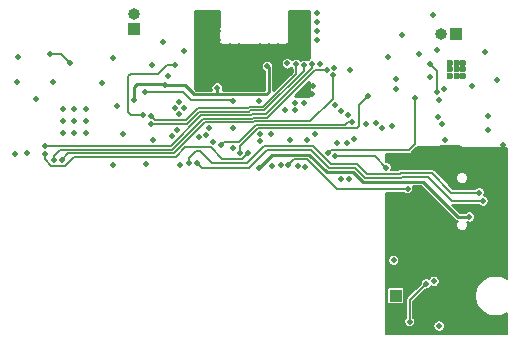
<source format=gbr>
%TF.GenerationSoftware,KiCad,Pcbnew,(5.1.10-1-10_14)*%
%TF.CreationDate,2021-09-22T20:59:13+02:00*%
%TF.ProjectId,Leo_muziekdoos,4c656f5f-6d75-47a6-9965-6b646f6f732e,rev?*%
%TF.SameCoordinates,Original*%
%TF.FileFunction,Copper,L2,Inr*%
%TF.FilePolarity,Positive*%
%FSLAX46Y46*%
G04 Gerber Fmt 4.6, Leading zero omitted, Abs format (unit mm)*
G04 Created by KiCad (PCBNEW (5.1.10-1-10_14)) date 2021-09-22 20:59:13*
%MOMM*%
%LPD*%
G01*
G04 APERTURE LIST*
%TA.AperFunction,ComponentPad*%
%ADD10O,1.000000X1.000000*%
%TD*%
%TA.AperFunction,ComponentPad*%
%ADD11R,1.000000X1.000000*%
%TD*%
%TA.AperFunction,ComponentPad*%
%ADD12R,1.800000X2.000000*%
%TD*%
%TA.AperFunction,ComponentPad*%
%ADD13O,2.150000X1.300000*%
%TD*%
%TA.AperFunction,ComponentPad*%
%ADD14C,0.600000*%
%TD*%
%TA.AperFunction,ComponentPad*%
%ADD15C,0.500000*%
%TD*%
%TA.AperFunction,ViaPad*%
%ADD16C,0.500000*%
%TD*%
%TA.AperFunction,Conductor*%
%ADD17C,0.254000*%
%TD*%
%TA.AperFunction,Conductor*%
%ADD18C,0.152400*%
%TD*%
%TA.AperFunction,Conductor*%
%ADD19C,0.203200*%
%TD*%
%TA.AperFunction,Conductor*%
%ADD20C,0.200000*%
%TD*%
%TA.AperFunction,Conductor*%
%ADD21C,0.100000*%
%TD*%
G04 APERTURE END LIST*
D10*
%TO.N,/I2S_DAC_AMP/SPK_OUT-*%
%TO.C,J3*%
X77762100Y-66548000D03*
D11*
%TO.N,/I2S_DAC_AMP/SPKOUT+*%
X79032100Y-66548000D03*
%TD*%
D10*
%TO.N,GND*%
%TO.C,J1*%
X73952100Y-89928700D03*
D11*
%TO.N,+BATT*%
X73952100Y-88658700D03*
%TD*%
D10*
%TO.N,Net-(C23-Pad2)*%
%TO.C,J4*%
X51816000Y-64820800D03*
D11*
%TO.N,Net-(C20-Pad2)*%
X51816000Y-66090800D03*
%TD*%
D12*
%TO.N,GND*%
%TO.C,J2*%
X78539100Y-84495800D03*
D13*
X81699100Y-84295800D03*
D12*
X78539100Y-76895800D03*
D13*
X81699100Y-77095800D03*
%TD*%
D14*
%TO.N,GND*%
%TO.C,U5*%
X79658300Y-68944400D03*
X79658300Y-69494400D03*
X79658300Y-70044400D03*
X79108300Y-68944400D03*
X79108300Y-69494400D03*
X79108300Y-70044400D03*
X78558300Y-68944400D03*
X78558300Y-69494400D03*
X78558300Y-70044400D03*
%TD*%
D15*
%TO.N,GND*%
%TO.C,U3*%
X45736000Y-74850500D03*
X45736000Y-73850500D03*
X45736000Y-72850500D03*
X46736000Y-74850500D03*
X46736000Y-73850500D03*
X46736000Y-72850500D03*
X47736000Y-74850500D03*
X47736000Y-73850500D03*
X47736000Y-72850500D03*
%TD*%
D16*
%TO.N,GND*%
X57150000Y-66294000D03*
X57150000Y-65532000D03*
X62484000Y-75565000D03*
X66141600Y-72313800D03*
X66878200Y-71628000D03*
X55626000Y-72263000D03*
X55626000Y-73279000D03*
X57277000Y-75234800D03*
X58115200Y-74472800D03*
X57912000Y-75082400D03*
X54991000Y-75158600D03*
X55448200Y-74625200D03*
X55981600Y-72771000D03*
X55245000Y-72796400D03*
X66141600Y-71653400D03*
X66395600Y-75488800D03*
X63347600Y-75006200D03*
X65024000Y-75488800D03*
X67132200Y-74980800D03*
X65405000Y-72339200D03*
X75831700Y-89293700D03*
X76492100Y-89293700D03*
X50035400Y-68506280D03*
X42696250Y-76543750D03*
X44932600Y-70535800D03*
X41859200Y-70612000D03*
X75831700Y-90233500D03*
X76492100Y-90233500D03*
X77419200Y-67881500D03*
X77114400Y-64922400D03*
X81800700Y-73494900D03*
X41960800Y-68427600D03*
X58928000Y-64750000D03*
X58928000Y-65532000D03*
X58928000Y-66294000D03*
X58928000Y-67056000D03*
X59944000Y-67564000D03*
X60706000Y-67564000D03*
X62484000Y-67564000D03*
X63246000Y-67564000D03*
X64008000Y-67564000D03*
X65250000Y-67056000D03*
X65250000Y-66294000D03*
X65250000Y-65532000D03*
X65250000Y-64750000D03*
X81521300Y-68040000D03*
X50340000Y-72610000D03*
X77510000Y-83060000D03*
X78250000Y-83060000D03*
X50859029Y-75001390D03*
X66903600Y-70942200D03*
X52776903Y-77552202D03*
X59182000Y-67564000D03*
X60172600Y-76174600D03*
X62660000Y-71020000D03*
X60510000Y-69200000D03*
X60520000Y-69780000D03*
X59260000Y-69190000D03*
X58311390Y-70070000D03*
X59270000Y-69800000D03*
X59460000Y-70360000D03*
X61040000Y-69500000D03*
X62484000Y-74980800D03*
X74440000Y-84460000D03*
X75470000Y-84470000D03*
X74410000Y-85180000D03*
X75480000Y-85180000D03*
X74940000Y-84800000D03*
X77004141Y-80614141D03*
X77010000Y-81200000D03*
X73620000Y-74340000D03*
X71390000Y-74140000D03*
X77500000Y-73528600D03*
X75184000Y-86207600D03*
X74422000Y-86614000D03*
X73761600Y-86588600D03*
X79502000Y-89382600D03*
X79502000Y-89916000D03*
X83058000Y-91440000D03*
X79502000Y-91440000D03*
X79502000Y-86614000D03*
X81534000Y-82296000D03*
X81534000Y-86360000D03*
X81534000Y-78740000D03*
X75692000Y-76962000D03*
X81280000Y-91440000D03*
X80518000Y-90424000D03*
X80010000Y-88138000D03*
X83058000Y-86106000D03*
X82887200Y-80688800D03*
X83058000Y-75946000D03*
X64566800Y-72974200D03*
X62407800Y-72186800D03*
X65405000Y-72974200D03*
X58166000Y-64770000D03*
X57150000Y-64770000D03*
X57150000Y-67056000D03*
X57150000Y-68834000D03*
X66294000Y-64770000D03*
X66294000Y-65532000D03*
X66294000Y-66294000D03*
X66294000Y-67056000D03*
X64770000Y-67564000D03*
X67310000Y-64770000D03*
X67310000Y-65532000D03*
X67310000Y-66294000D03*
X67310000Y-67056000D03*
%TO.N,VBUS*%
X81737200Y-74612500D03*
X80183200Y-81995800D03*
X62409705Y-77831134D03*
X77194635Y-87463581D03*
X77870000Y-74100000D03*
X58515000Y-75645000D03*
%TO.N,/CPU/ADC1_IN2*%
X60791485Y-76570365D03*
X71592779Y-71782646D03*
%TO.N,+BATT*%
X72754626Y-74467121D03*
X75890000Y-68210000D03*
X73305904Y-68470954D03*
X77620000Y-91230000D03*
%TO.N,/Power/PSU_BTN_RAW*%
X54270000Y-67200000D03*
X74500000Y-66600000D03*
%TO.N,+3V3*%
X49046461Y-70687585D03*
X43449240Y-72044560D03*
X82540758Y-70374087D03*
X41740000Y-76640000D03*
X51793198Y-72138598D03*
X55710000Y-77570000D03*
X54433242Y-70826758D03*
X63050000Y-69200000D03*
X58783713Y-71040570D03*
X77640000Y-72100000D03*
X64860000Y-77590000D03*
X67550000Y-69023290D03*
X50019998Y-77580000D03*
%TO.N,Net-(C17-Pad2)*%
X44640500Y-68237100D03*
X46380400Y-68986400D03*
%TO.N,/CPU/MEAS_EN*%
X72274683Y-74025198D03*
%TO.N,/CPU/PW_HOLD*%
X75600000Y-71960000D03*
X68217050Y-76582751D03*
%TO.N,/Power/PSU_EN_BUF*%
X73760000Y-85671400D03*
X73950000Y-71160000D03*
%TO.N,/I2S_DAC_AMP/I2S_SD_MODE*%
X80391000Y-70942202D03*
X63467755Y-77705232D03*
%TO.N,/CPU/NFC_MISO*%
X44268334Y-75954000D03*
X66842325Y-69023290D03*
%TO.N,/CPU/DAC_BCLK*%
X64740000Y-68990000D03*
X76890000Y-70190000D03*
%TO.N,/CPU/DAC_LRCK*%
X76860000Y-69070000D03*
X77459818Y-71402279D03*
X65657608Y-77653000D03*
%TO.N,/CPU/NFC_SPI_MOSI*%
X45011340Y-77173663D03*
X68105692Y-69533808D03*
%TO.N,/CPU/NFC_SPI_SCK*%
X45662809Y-77138779D03*
X68620928Y-70008736D03*
%TO.N,/CPU/NFC_SPI_CS*%
X61457936Y-76580772D03*
X44222035Y-76684345D03*
%TO.N,/CPU/DAC_DATA*%
X64200000Y-77590000D03*
X78052318Y-71129175D03*
%TO.N,/CPU/HALL_OUT*%
X52720000Y-71390000D03*
%TO.N,/CPU/VDD_SDIO*%
X68731532Y-69349549D03*
X68996096Y-75714686D03*
X74002789Y-70341462D03*
%TO.N,/CPU/ESP_RST*%
X56032400Y-67918610D03*
%TO.N,/CPU/ESP_GPIO0*%
X54699998Y-70040000D03*
X70283429Y-73976571D03*
X69353637Y-78828757D03*
X59155380Y-75897808D03*
%TO.N,/CPU/ESP_GPIO15*%
X70005123Y-78794020D03*
X66302028Y-77754806D03*
%TO.N,/CPU/ESP_SD1*%
X70050867Y-69582083D03*
%TO.N,/CPU/ESP_SD0*%
X68765992Y-72549867D03*
X69827270Y-75761390D03*
%TO.N,/CPU/ESP_CLK*%
X69342551Y-73065693D03*
%TO.N,/CPU/ESP_CMD*%
X69938872Y-73330349D03*
%TO.N,/CPU/ESP_GPIO17*%
X70448610Y-75359002D03*
%TO.N,/CPU/SPIFLASH_CS*%
X73140258Y-77826367D03*
X68806936Y-76861454D03*
%TO.N,/programmer/CP_DTR*%
X53350000Y-69140000D03*
X53420000Y-75475390D03*
%TO.N,/programmer/CP_RTS*%
X52581895Y-73337178D03*
X55282128Y-69107665D03*
%TO.N,/CPU/ESP_TX*%
X53219064Y-73482011D03*
X65485065Y-69051107D03*
%TO.N,/CPU/ESP_RX*%
X66190000Y-69120000D03*
%TO.N,+3V3*%
X74960000Y-79610000D03*
%TO.N,/CPU/HALL_OUT*%
X60159419Y-72159410D03*
%TO.N,/CPU/ESP_RST*%
X60172600Y-74468854D03*
%TO.N,/CPU/ESP_RX*%
X53203514Y-74142420D03*
%TO.N,/Power/MCP_STAT*%
X75114151Y-90874851D03*
X78090000Y-75493388D03*
X76525541Y-87637788D03*
%TO.N,/Power/USB_D-*%
X57150000Y-77444600D03*
X81330800Y-80645000D03*
%TO.N,/Power/USB_D+*%
X81026000Y-79933800D03*
X56413400Y-77393800D03*
%TD*%
D17*
%TO.N,VBUS*%
X79207596Y-81995800D02*
X76222395Y-79010599D01*
X80183200Y-81995800D02*
X79207596Y-81995800D01*
X66627389Y-76738559D02*
X63502280Y-76738559D01*
X74575887Y-79060599D02*
X71195647Y-79060599D01*
X76222395Y-79010599D02*
X74625887Y-79010599D01*
X71195647Y-79060599D02*
X70369271Y-78234223D01*
X74625887Y-79010599D02*
X74575887Y-79060599D01*
X68123053Y-78234223D02*
X66627389Y-76738559D01*
X70369271Y-78234223D02*
X68123053Y-78234223D01*
X63502280Y-76738559D02*
X62409705Y-77831134D01*
D18*
%TO.N,/CPU/ADC1_IN2*%
X63463770Y-74498266D02*
X70681734Y-74498266D01*
X70681734Y-74498266D02*
X70850000Y-74330000D01*
X71342780Y-72032645D02*
X71592779Y-71782646D01*
X63459837Y-74502199D02*
X63463770Y-74498266D01*
X60791485Y-76570365D02*
X60791485Y-75964985D01*
X62254271Y-74502199D02*
X63459837Y-74502199D01*
X70850000Y-74330000D02*
X70850000Y-72525425D01*
X70850000Y-72525425D02*
X71342780Y-72032645D01*
X60791485Y-75964985D02*
X62254271Y-74502199D01*
D17*
%TO.N,+3V3*%
X63190000Y-71390000D02*
X63190000Y-69340000D01*
X63190000Y-69340000D02*
X63050000Y-69200000D01*
X62950000Y-71630000D02*
X63190000Y-71390000D01*
X58750000Y-71630000D02*
X62950000Y-71630000D01*
D19*
X58790000Y-71114283D02*
X58750000Y-71074283D01*
X58750000Y-71630000D02*
X58790000Y-71590000D01*
D17*
X58750000Y-71074283D02*
X58783713Y-71040570D01*
X58780000Y-71104283D02*
X58750000Y-71074283D01*
X58780000Y-71600000D02*
X58780000Y-71104283D01*
X58750000Y-71630000D02*
X58780000Y-71600000D01*
X54316484Y-70710000D02*
X54433242Y-70826758D01*
X52040000Y-70710000D02*
X54316484Y-70710000D01*
X51793198Y-70956802D02*
X52040000Y-70710000D01*
X51793198Y-72138598D02*
X51793198Y-70956802D01*
D19*
%TO.N,Net-(C17-Pad2)*%
X45631100Y-68237100D02*
X46380400Y-68986400D01*
X44640500Y-68237100D02*
X45631100Y-68237100D01*
D18*
%TO.N,/CPU/PW_HOLD*%
X68198201Y-76601600D02*
X68217050Y-76582751D01*
X75107248Y-76332752D02*
X68467049Y-76332752D01*
X75600000Y-75840000D02*
X75107248Y-76332752D01*
X68467049Y-76332752D02*
X68217050Y-76582751D01*
X68198201Y-76631800D02*
X68198201Y-76601600D01*
X75600000Y-71960000D02*
X75600000Y-75840000D01*
%TO.N,/CPU/DAC_LRCK*%
X77459818Y-69669818D02*
X77459818Y-71402279D01*
X76860000Y-69070000D02*
X77459818Y-69669818D01*
%TO.N,/CPU/NFC_SPI_CS*%
X46700000Y-76900000D02*
X55341067Y-76900000D01*
X56142466Y-76098601D02*
X58280271Y-76098601D01*
X44781611Y-77652264D02*
X45947736Y-77652264D01*
X44222035Y-77092688D02*
X44781611Y-77652264D01*
X55341067Y-76900000D02*
X56142466Y-76098601D01*
X44222035Y-76684345D02*
X44222035Y-77092688D01*
X45947736Y-77652264D02*
X46700000Y-76900000D01*
X58280271Y-76098601D02*
X59266671Y-77085001D01*
X59266671Y-77085001D02*
X60953707Y-77085001D01*
X60953707Y-77085001D02*
X61457936Y-76580772D01*
%TO.N,/CPU/SPIFLASH_CS*%
X73140258Y-77826367D02*
X72175345Y-76861454D01*
X72175345Y-76861454D02*
X68806936Y-76861454D01*
%TO.N,/programmer/CP_RTS*%
X51519165Y-69890835D02*
X51314597Y-70095403D01*
X51537178Y-73337178D02*
X52581895Y-73337178D01*
X51314597Y-70095403D02*
X51314597Y-73114597D01*
X53839165Y-69890835D02*
X51519165Y-69890835D01*
X51314597Y-73114597D02*
X51537178Y-73337178D01*
X54622335Y-69107665D02*
X53839165Y-69890835D01*
X55282128Y-69107665D02*
X54622335Y-69107665D01*
D19*
%TO.N,+3V3*%
X74953600Y-79603600D02*
X74960000Y-79610000D01*
X68953600Y-79603600D02*
X74953600Y-79603600D01*
X65330430Y-77119570D02*
X66469570Y-77119570D01*
X66469570Y-77119570D02*
X68953600Y-79603600D01*
X64860000Y-77590000D02*
X65330430Y-77119570D01*
D17*
X56069358Y-70826758D02*
X56872600Y-71630000D01*
X56872600Y-71630000D02*
X58750000Y-71630000D01*
X54433242Y-70826758D02*
X56069358Y-70826758D01*
D18*
%TO.N,/CPU/NFC_MISO*%
X57489368Y-73380631D02*
X61651571Y-73380631D01*
X62954813Y-73282955D02*
X66842325Y-69395443D01*
X61651571Y-73380631D02*
X61749247Y-73282955D01*
X54916000Y-75954000D02*
X57489368Y-73380631D01*
X66842325Y-69395443D02*
X66842325Y-69023290D01*
X44268334Y-75954000D02*
X54916000Y-75954000D01*
X61749247Y-73282955D02*
X62954813Y-73282955D01*
%TO.N,/CPU/NFC_SPI_MOSI*%
X45011340Y-76820110D02*
X45541072Y-76290378D01*
X57615624Y-73685442D02*
X61777827Y-73685442D01*
X61875503Y-73587766D02*
X63081069Y-73587766D01*
X67752139Y-69533808D02*
X68105692Y-69533808D01*
X45541072Y-76290378D02*
X55010688Y-76290378D01*
X61777827Y-73685442D02*
X61875503Y-73587766D01*
X63081069Y-73587766D02*
X67135027Y-69533808D01*
X55010688Y-76290378D02*
X57615624Y-73685442D01*
X67135027Y-69533808D02*
X67752139Y-69533808D01*
X45011340Y-77173663D02*
X45011340Y-76820110D01*
%TO.N,/CPU/NFC_SPI_SCK*%
X66725756Y-73888644D02*
X68620928Y-71993472D01*
X63207325Y-73892577D02*
X63211258Y-73888644D01*
X68620928Y-71993472D02*
X68620928Y-70008736D01*
X46206399Y-76595189D02*
X55214811Y-76595189D01*
X63211258Y-73888644D02*
X66725756Y-73888644D01*
X55214811Y-76595189D02*
X57819747Y-73990253D01*
X45662809Y-77138779D02*
X46206399Y-76595189D01*
X62001759Y-73892577D02*
X63207325Y-73892577D01*
X57819747Y-73990253D02*
X61904083Y-73990253D01*
X61904083Y-73990253D02*
X62001759Y-73892577D01*
%TO.N,/CPU/HALL_OUT*%
X60059809Y-72059800D02*
X60159419Y-72159410D01*
X55972200Y-71390000D02*
X56642000Y-72059800D01*
X56642000Y-72059800D02*
X60059809Y-72059800D01*
X52720000Y-71390000D02*
X55972200Y-71390000D01*
%TO.N,/CPU/ESP_GPIO0*%
X63333581Y-74197388D02*
X62128015Y-74197388D01*
X70283429Y-73976571D02*
X69863629Y-73976571D01*
X60677594Y-75647809D02*
X59405379Y-75647809D01*
X69863629Y-73976571D02*
X69646745Y-74193455D01*
X59405379Y-75647809D02*
X59155380Y-75897808D01*
X69646745Y-74193455D02*
X63337514Y-74193455D01*
X63337514Y-74193455D02*
X63333581Y-74197388D01*
X62128015Y-74197388D02*
X60677594Y-75647809D01*
%TO.N,/CPU/ESP_TX*%
X62696667Y-72673333D02*
X65485065Y-69884935D01*
X61399068Y-72771000D02*
X61496735Y-72673333D01*
X57189000Y-72771000D02*
X61399068Y-72771000D01*
X56173000Y-73787000D02*
X57189000Y-72771000D01*
X53524053Y-73787000D02*
X56173000Y-73787000D01*
X65485065Y-69884935D02*
X65485065Y-69051107D01*
X53219064Y-73482011D02*
X53524053Y-73787000D01*
X61496735Y-72673333D02*
X62696667Y-72673333D01*
%TO.N,/CPU/ESP_RX*%
X62822923Y-72978144D02*
X61622991Y-72978144D01*
X61622991Y-72978144D02*
X61525315Y-73075820D01*
X66190000Y-69120000D02*
X66190000Y-69611067D01*
X66190000Y-69611067D02*
X62822923Y-72978144D01*
X57324180Y-73075820D02*
X56257580Y-74142420D01*
X56257580Y-74142420D02*
X53203514Y-74142420D01*
X61525315Y-73075820D02*
X57324180Y-73075820D01*
D19*
%TO.N,/Power/MCP_STAT*%
X75114151Y-90874851D02*
X75114151Y-89049178D01*
X75114151Y-89049178D02*
X76525541Y-87637788D01*
D20*
%TO.N,/Power/USB_D-*%
X61555044Y-77863601D02*
X63059497Y-76359148D01*
X71352804Y-78681188D02*
X74418730Y-78681188D01*
X74418730Y-78681188D02*
X74468730Y-78631188D01*
X57150000Y-77444600D02*
X57569001Y-77863601D01*
X70526428Y-77854812D02*
X71352804Y-78681188D01*
X66784546Y-76359148D02*
X68280210Y-77854812D01*
X68280210Y-77854812D02*
X70526428Y-77854812D01*
X78726600Y-80645000D02*
X80977247Y-80645000D01*
X63059497Y-76359148D02*
X66784546Y-76359148D01*
X76712788Y-78631188D02*
X78726600Y-80645000D01*
X74468730Y-78631188D02*
X76712788Y-78631188D01*
X57569001Y-77863601D02*
X61555044Y-77863601D01*
X80977247Y-80645000D02*
X81330800Y-80645000D01*
%TO.N,/Power/USB_D+*%
X56413400Y-77393800D02*
X56413400Y-77040247D01*
X74322757Y-78278777D02*
X76996777Y-78278777D01*
X71498777Y-78328777D02*
X74272757Y-78328777D01*
X57026435Y-76427212D02*
X57379988Y-76427212D01*
X80672447Y-79933800D02*
X81026000Y-79933800D01*
X70672402Y-77502402D02*
X71498777Y-78328777D01*
X56413400Y-77040247D02*
X57026435Y-76427212D01*
X68426183Y-77502401D02*
X70672402Y-77502402D01*
X57379988Y-76427212D02*
X58366388Y-77413612D01*
X58366388Y-77413612D02*
X61366388Y-77413612D01*
X66930520Y-76006738D02*
X68426183Y-77502401D01*
X78651800Y-79933800D02*
X80672447Y-79933800D01*
X76996777Y-78278777D02*
X78651800Y-79933800D01*
X62773263Y-76006737D02*
X66930520Y-76006738D01*
X61366388Y-77413612D02*
X62773263Y-76006737D01*
X74272757Y-78328777D02*
X74322757Y-78278777D01*
%TD*%
D17*
%TO.N,GND*%
X66600390Y-71787554D02*
X65380467Y-71791262D01*
X66600390Y-70571340D01*
X66600390Y-71787554D01*
%TA.AperFunction,Conductor*%
D21*
G36*
X66600390Y-71787554D02*
G01*
X65380467Y-71791262D01*
X66600390Y-70571340D01*
X66600390Y-71787554D01*
G37*
%TD.AperFunction*%
D17*
X66600390Y-68550484D02*
X66591560Y-68554141D01*
X66504852Y-68612078D01*
X66455940Y-68660990D01*
X66440765Y-68650851D01*
X66344420Y-68610944D01*
X66242141Y-68590600D01*
X66137859Y-68590600D01*
X66035580Y-68610944D01*
X65939235Y-68650851D01*
X65875848Y-68693205D01*
X65822538Y-68639895D01*
X65735830Y-68581958D01*
X65639485Y-68542051D01*
X65537206Y-68521707D01*
X65432924Y-68521707D01*
X65330645Y-68542051D01*
X65234300Y-68581958D01*
X65147592Y-68639895D01*
X65143086Y-68644401D01*
X65077473Y-68578788D01*
X64990765Y-68520851D01*
X64894420Y-68480944D01*
X64792141Y-68460600D01*
X64687859Y-68460600D01*
X64585580Y-68480944D01*
X64489235Y-68520851D01*
X64402527Y-68578788D01*
X64328788Y-68652527D01*
X64270851Y-68739235D01*
X64230944Y-68835580D01*
X64210600Y-68937859D01*
X64210600Y-69042141D01*
X64230944Y-69144420D01*
X64270851Y-69240765D01*
X64328788Y-69327473D01*
X64402527Y-69401212D01*
X64489235Y-69459149D01*
X64585580Y-69499056D01*
X64687859Y-69519400D01*
X64792141Y-69519400D01*
X64894420Y-69499056D01*
X64990765Y-69459149D01*
X65077473Y-69401212D01*
X65081979Y-69396706D01*
X65129466Y-69444193D01*
X65129465Y-69737640D01*
X63596400Y-71270706D01*
X63596400Y-69359953D01*
X63598365Y-69340000D01*
X63596400Y-69320047D01*
X63596400Y-69320040D01*
X63590519Y-69260332D01*
X63588035Y-69252141D01*
X63579400Y-69223677D01*
X63579400Y-69147859D01*
X63559056Y-69045580D01*
X63519149Y-68949235D01*
X63461212Y-68862527D01*
X63387473Y-68788788D01*
X63300765Y-68730851D01*
X63204420Y-68690944D01*
X63102141Y-68670600D01*
X62997859Y-68670600D01*
X62895580Y-68690944D01*
X62799235Y-68730851D01*
X62712527Y-68788788D01*
X62638788Y-68862527D01*
X62580851Y-68949235D01*
X62540944Y-69045580D01*
X62520600Y-69147859D01*
X62520600Y-69252141D01*
X62540944Y-69354420D01*
X62580851Y-69450765D01*
X62638788Y-69537473D01*
X62712527Y-69611212D01*
X62783601Y-69658702D01*
X62783600Y-71221664D01*
X62781664Y-71223600D01*
X59280918Y-71223600D01*
X59292769Y-71194990D01*
X59313113Y-71092711D01*
X59313113Y-70988429D01*
X59292769Y-70886150D01*
X59252862Y-70789805D01*
X59194925Y-70703097D01*
X59121186Y-70629358D01*
X59034478Y-70571421D01*
X58938133Y-70531514D01*
X58835854Y-70511170D01*
X58731572Y-70511170D01*
X58629293Y-70531514D01*
X58532948Y-70571421D01*
X58446240Y-70629358D01*
X58372501Y-70703097D01*
X58314564Y-70789805D01*
X58274657Y-70886150D01*
X58254313Y-70988429D01*
X58254313Y-71092711D01*
X58274657Y-71194990D01*
X58286508Y-71223600D01*
X57040937Y-71223600D01*
X56984390Y-71167053D01*
X56984390Y-64540929D01*
X58942565Y-64537241D01*
X58933001Y-67339567D01*
X58935356Y-67364351D01*
X58942502Y-67388200D01*
X58954163Y-67410197D01*
X58969891Y-67429496D01*
X58989083Y-67445355D01*
X59010999Y-67457166D01*
X59034799Y-67464474D01*
X59060350Y-67467000D01*
X64797740Y-67451168D01*
X64822510Y-67448659D01*
X64846314Y-67441366D01*
X64868239Y-67429570D01*
X64887440Y-67413722D01*
X64903181Y-67394434D01*
X64914856Y-67372445D01*
X64922018Y-67348601D01*
X64924390Y-67324168D01*
X64924390Y-64539859D01*
X66600390Y-64522491D01*
X66600390Y-68550484D01*
%TA.AperFunction,Conductor*%
D21*
G36*
X66600390Y-68550484D02*
G01*
X66591560Y-68554141D01*
X66504852Y-68612078D01*
X66455940Y-68660990D01*
X66440765Y-68650851D01*
X66344420Y-68610944D01*
X66242141Y-68590600D01*
X66137859Y-68590600D01*
X66035580Y-68610944D01*
X65939235Y-68650851D01*
X65875848Y-68693205D01*
X65822538Y-68639895D01*
X65735830Y-68581958D01*
X65639485Y-68542051D01*
X65537206Y-68521707D01*
X65432924Y-68521707D01*
X65330645Y-68542051D01*
X65234300Y-68581958D01*
X65147592Y-68639895D01*
X65143086Y-68644401D01*
X65077473Y-68578788D01*
X64990765Y-68520851D01*
X64894420Y-68480944D01*
X64792141Y-68460600D01*
X64687859Y-68460600D01*
X64585580Y-68480944D01*
X64489235Y-68520851D01*
X64402527Y-68578788D01*
X64328788Y-68652527D01*
X64270851Y-68739235D01*
X64230944Y-68835580D01*
X64210600Y-68937859D01*
X64210600Y-69042141D01*
X64230944Y-69144420D01*
X64270851Y-69240765D01*
X64328788Y-69327473D01*
X64402527Y-69401212D01*
X64489235Y-69459149D01*
X64585580Y-69499056D01*
X64687859Y-69519400D01*
X64792141Y-69519400D01*
X64894420Y-69499056D01*
X64990765Y-69459149D01*
X65077473Y-69401212D01*
X65081979Y-69396706D01*
X65129466Y-69444193D01*
X65129465Y-69737640D01*
X63596400Y-71270706D01*
X63596400Y-69359953D01*
X63598365Y-69340000D01*
X63596400Y-69320047D01*
X63596400Y-69320040D01*
X63590519Y-69260332D01*
X63588035Y-69252141D01*
X63579400Y-69223677D01*
X63579400Y-69147859D01*
X63559056Y-69045580D01*
X63519149Y-68949235D01*
X63461212Y-68862527D01*
X63387473Y-68788788D01*
X63300765Y-68730851D01*
X63204420Y-68690944D01*
X63102141Y-68670600D01*
X62997859Y-68670600D01*
X62895580Y-68690944D01*
X62799235Y-68730851D01*
X62712527Y-68788788D01*
X62638788Y-68862527D01*
X62580851Y-68949235D01*
X62540944Y-69045580D01*
X62520600Y-69147859D01*
X62520600Y-69252141D01*
X62540944Y-69354420D01*
X62580851Y-69450765D01*
X62638788Y-69537473D01*
X62712527Y-69611212D01*
X62783601Y-69658702D01*
X62783600Y-71221664D01*
X62781664Y-71223600D01*
X59280918Y-71223600D01*
X59292769Y-71194990D01*
X59313113Y-71092711D01*
X59313113Y-70988429D01*
X59292769Y-70886150D01*
X59252862Y-70789805D01*
X59194925Y-70703097D01*
X59121186Y-70629358D01*
X59034478Y-70571421D01*
X58938133Y-70531514D01*
X58835854Y-70511170D01*
X58731572Y-70511170D01*
X58629293Y-70531514D01*
X58532948Y-70571421D01*
X58446240Y-70629358D01*
X58372501Y-70703097D01*
X58314564Y-70789805D01*
X58274657Y-70886150D01*
X58254313Y-70988429D01*
X58254313Y-71092711D01*
X58274657Y-71194990D01*
X58286508Y-71223600D01*
X57040937Y-71223600D01*
X56984390Y-71167053D01*
X56984390Y-64540929D01*
X58942565Y-64537241D01*
X58933001Y-67339567D01*
X58935356Y-67364351D01*
X58942502Y-67388200D01*
X58954163Y-67410197D01*
X58969891Y-67429496D01*
X58989083Y-67445355D01*
X59010999Y-67457166D01*
X59034799Y-67464474D01*
X59060350Y-67467000D01*
X64797740Y-67451168D01*
X64822510Y-67448659D01*
X64846314Y-67441366D01*
X64868239Y-67429570D01*
X64887440Y-67413722D01*
X64903181Y-67394434D01*
X64914856Y-67372445D01*
X64922018Y-67348601D01*
X64924390Y-67324168D01*
X64924390Y-64539859D01*
X66600390Y-64522491D01*
X66600390Y-68550484D01*
G37*
%TD.AperFunction*%
%TD*%
D18*
%TO.N,GND*%
X83340799Y-76135800D02*
X83340798Y-87248056D01*
X83216399Y-87164935D01*
X82901814Y-87034629D01*
X82567852Y-86968200D01*
X82227348Y-86968200D01*
X81893386Y-87034629D01*
X81578801Y-87164935D01*
X81295682Y-87354109D01*
X81054909Y-87594882D01*
X80865735Y-87878001D01*
X80735429Y-88192586D01*
X80669000Y-88526548D01*
X80669000Y-88867052D01*
X80735429Y-89201014D01*
X80865735Y-89515599D01*
X81054909Y-89798718D01*
X81295682Y-90039491D01*
X81578801Y-90228665D01*
X81893386Y-90358971D01*
X82227348Y-90425400D01*
X82567852Y-90425400D01*
X82901814Y-90358971D01*
X83216399Y-90228665D01*
X83340798Y-90145544D01*
X83340798Y-91903800D01*
X73136200Y-91903800D01*
X73136200Y-90827713D01*
X74635551Y-90827713D01*
X74635551Y-90921989D01*
X74653943Y-91014454D01*
X74690021Y-91101553D01*
X74742398Y-91179941D01*
X74809061Y-91246604D01*
X74887449Y-91298981D01*
X74974548Y-91335059D01*
X75067013Y-91353451D01*
X75161289Y-91353451D01*
X75253754Y-91335059D01*
X75340853Y-91298981D01*
X75419241Y-91246604D01*
X75482983Y-91182862D01*
X77141400Y-91182862D01*
X77141400Y-91277138D01*
X77159792Y-91369603D01*
X77195870Y-91456702D01*
X77248247Y-91535090D01*
X77314910Y-91601753D01*
X77393298Y-91654130D01*
X77480397Y-91690208D01*
X77572862Y-91708600D01*
X77667138Y-91708600D01*
X77759603Y-91690208D01*
X77846702Y-91654130D01*
X77925090Y-91601753D01*
X77991753Y-91535090D01*
X78044130Y-91456702D01*
X78080208Y-91369603D01*
X78098600Y-91277138D01*
X78098600Y-91182862D01*
X78080208Y-91090397D01*
X78044130Y-91003298D01*
X77991753Y-90924910D01*
X77925090Y-90858247D01*
X77846702Y-90805870D01*
X77759603Y-90769792D01*
X77667138Y-90751400D01*
X77572862Y-90751400D01*
X77480397Y-90769792D01*
X77393298Y-90805870D01*
X77314910Y-90858247D01*
X77248247Y-90924910D01*
X77195870Y-91003298D01*
X77159792Y-91090397D01*
X77141400Y-91182862D01*
X75482983Y-91182862D01*
X75485904Y-91179941D01*
X75538281Y-91101553D01*
X75574359Y-91014454D01*
X75592751Y-90921989D01*
X75592751Y-90827713D01*
X75574359Y-90735248D01*
X75538281Y-90648149D01*
X75485904Y-90569761D01*
X75444351Y-90528208D01*
X75444351Y-89185950D01*
X76513914Y-88116388D01*
X76572679Y-88116388D01*
X76665144Y-88097996D01*
X76752243Y-88061918D01*
X76830631Y-88009541D01*
X76897294Y-87942878D01*
X76944581Y-87872108D01*
X76967933Y-87887711D01*
X77055032Y-87923789D01*
X77147497Y-87942181D01*
X77241773Y-87942181D01*
X77334238Y-87923789D01*
X77421337Y-87887711D01*
X77499725Y-87835334D01*
X77566388Y-87768671D01*
X77618765Y-87690283D01*
X77654843Y-87603184D01*
X77673235Y-87510719D01*
X77673235Y-87416443D01*
X77654843Y-87323978D01*
X77618765Y-87236879D01*
X77566388Y-87158491D01*
X77499725Y-87091828D01*
X77421337Y-87039451D01*
X77334238Y-87003373D01*
X77241773Y-86984981D01*
X77147497Y-86984981D01*
X77055032Y-87003373D01*
X76967933Y-87039451D01*
X76889545Y-87091828D01*
X76822882Y-87158491D01*
X76775595Y-87229261D01*
X76752243Y-87213658D01*
X76665144Y-87177580D01*
X76572679Y-87159188D01*
X76478403Y-87159188D01*
X76385938Y-87177580D01*
X76298839Y-87213658D01*
X76220451Y-87266035D01*
X76153788Y-87332698D01*
X76101411Y-87411086D01*
X76065333Y-87498185D01*
X76046941Y-87590650D01*
X76046941Y-87649415D01*
X74892134Y-88804223D01*
X74879536Y-88814562D01*
X74869199Y-88827158D01*
X74838272Y-88864841D01*
X74807612Y-88922205D01*
X74788730Y-88984449D01*
X74782354Y-89049178D01*
X74783952Y-89065401D01*
X74783951Y-90528208D01*
X74742398Y-90569761D01*
X74690021Y-90648149D01*
X74653943Y-90735248D01*
X74635551Y-90827713D01*
X73136200Y-90827713D01*
X73136200Y-88158700D01*
X73222394Y-88158700D01*
X73222394Y-89158700D01*
X73226808Y-89203513D01*
X73239879Y-89246605D01*
X73261106Y-89286318D01*
X73289673Y-89321127D01*
X73324482Y-89349694D01*
X73364195Y-89370921D01*
X73407287Y-89383992D01*
X73452100Y-89388406D01*
X74452100Y-89388406D01*
X74496913Y-89383992D01*
X74540005Y-89370921D01*
X74579718Y-89349694D01*
X74614527Y-89321127D01*
X74643094Y-89286318D01*
X74664321Y-89246605D01*
X74677392Y-89203513D01*
X74681806Y-89158700D01*
X74681806Y-88158700D01*
X74677392Y-88113887D01*
X74664321Y-88070795D01*
X74643094Y-88031082D01*
X74614527Y-87996273D01*
X74579718Y-87967706D01*
X74540005Y-87946479D01*
X74496913Y-87933408D01*
X74452100Y-87928994D01*
X73452100Y-87928994D01*
X73407287Y-87933408D01*
X73364195Y-87946479D01*
X73324482Y-87967706D01*
X73289673Y-87996273D01*
X73261106Y-88031082D01*
X73239879Y-88070795D01*
X73226808Y-88113887D01*
X73222394Y-88158700D01*
X73136200Y-88158700D01*
X73136200Y-85624262D01*
X73281400Y-85624262D01*
X73281400Y-85718538D01*
X73299792Y-85811003D01*
X73335870Y-85898102D01*
X73388247Y-85976490D01*
X73454910Y-86043153D01*
X73533298Y-86095530D01*
X73620397Y-86131608D01*
X73712862Y-86150000D01*
X73807138Y-86150000D01*
X73899603Y-86131608D01*
X73986702Y-86095530D01*
X74065090Y-86043153D01*
X74131753Y-85976490D01*
X74184130Y-85898102D01*
X74220208Y-85811003D01*
X74238600Y-85718538D01*
X74238600Y-85624262D01*
X74220208Y-85531797D01*
X74184130Y-85444698D01*
X74131753Y-85366310D01*
X74065090Y-85299647D01*
X73986702Y-85247270D01*
X73899603Y-85211192D01*
X73807138Y-85192800D01*
X73712862Y-85192800D01*
X73620397Y-85211192D01*
X73533298Y-85247270D01*
X73454910Y-85299647D01*
X73388247Y-85366310D01*
X73335870Y-85444698D01*
X73299792Y-85531797D01*
X73281400Y-85624262D01*
X73136200Y-85624262D01*
X73136200Y-79933800D01*
X74606957Y-79933800D01*
X74654910Y-79981753D01*
X74733298Y-80034130D01*
X74820397Y-80070208D01*
X74912862Y-80088600D01*
X75007138Y-80088600D01*
X75099603Y-80070208D01*
X75186702Y-80034130D01*
X75265090Y-79981753D01*
X75331753Y-79915090D01*
X75384130Y-79836702D01*
X75420208Y-79749603D01*
X75438600Y-79657138D01*
X75438600Y-79562862D01*
X75420208Y-79470397D01*
X75384130Y-79383298D01*
X75372705Y-79366199D01*
X76075102Y-79366199D01*
X78943802Y-82234900D01*
X78954933Y-82248463D01*
X79009080Y-82292901D01*
X79070856Y-82325921D01*
X79137886Y-82346254D01*
X79182094Y-82350608D01*
X79157928Y-82374774D01*
X79102815Y-82457256D01*
X79064853Y-82548905D01*
X79045500Y-82646200D01*
X79045500Y-82745400D01*
X79064853Y-82842695D01*
X79102815Y-82934344D01*
X79157928Y-83016826D01*
X79228074Y-83086972D01*
X79310556Y-83142085D01*
X79402205Y-83180047D01*
X79499500Y-83199400D01*
X79598700Y-83199400D01*
X79695995Y-83180047D01*
X79787644Y-83142085D01*
X79870126Y-83086972D01*
X79940272Y-83016826D01*
X79995385Y-82934344D01*
X80033347Y-82842695D01*
X80052700Y-82745400D01*
X80052700Y-82646200D01*
X80033347Y-82548905D01*
X79995385Y-82457256D01*
X79975782Y-82427918D01*
X80043597Y-82456008D01*
X80136062Y-82474400D01*
X80230338Y-82474400D01*
X80322803Y-82456008D01*
X80409902Y-82419930D01*
X80488290Y-82367553D01*
X80554953Y-82300890D01*
X80607330Y-82222502D01*
X80643408Y-82135403D01*
X80661800Y-82042938D01*
X80661800Y-81948662D01*
X80643408Y-81856197D01*
X80607330Y-81769098D01*
X80554953Y-81690710D01*
X80488290Y-81624047D01*
X80409902Y-81571670D01*
X80322803Y-81535592D01*
X80230338Y-81517200D01*
X80136062Y-81517200D01*
X80043597Y-81535592D01*
X79956498Y-81571670D01*
X79878110Y-81624047D01*
X79861957Y-81640200D01*
X79354890Y-81640200D01*
X78685867Y-80971178D01*
X78710465Y-80973600D01*
X78710475Y-80973600D01*
X78726599Y-80975188D01*
X78742724Y-80973600D01*
X80982557Y-80973600D01*
X81025710Y-81016753D01*
X81104098Y-81069130D01*
X81191197Y-81105208D01*
X81283662Y-81123600D01*
X81377938Y-81123600D01*
X81470403Y-81105208D01*
X81557502Y-81069130D01*
X81635890Y-81016753D01*
X81702553Y-80950090D01*
X81754930Y-80871702D01*
X81791008Y-80784603D01*
X81809400Y-80692138D01*
X81809400Y-80597862D01*
X81791008Y-80505397D01*
X81754930Y-80418298D01*
X81702553Y-80339910D01*
X81635890Y-80273247D01*
X81557502Y-80220870D01*
X81470403Y-80184792D01*
X81438182Y-80178383D01*
X81450130Y-80160502D01*
X81486208Y-80073403D01*
X81504600Y-79980938D01*
X81504600Y-79886662D01*
X81486208Y-79794197D01*
X81450130Y-79707098D01*
X81397753Y-79628710D01*
X81331090Y-79562047D01*
X81252702Y-79509670D01*
X81165603Y-79473592D01*
X81073138Y-79455200D01*
X80978862Y-79455200D01*
X80886397Y-79473592D01*
X80799298Y-79509670D01*
X80720910Y-79562047D01*
X80677757Y-79605200D01*
X78787911Y-79605200D01*
X77828911Y-78646200D01*
X79045500Y-78646200D01*
X79045500Y-78745400D01*
X79064853Y-78842695D01*
X79102815Y-78934344D01*
X79157928Y-79016826D01*
X79228074Y-79086972D01*
X79310556Y-79142085D01*
X79402205Y-79180047D01*
X79499500Y-79199400D01*
X79598700Y-79199400D01*
X79695995Y-79180047D01*
X79787644Y-79142085D01*
X79870126Y-79086972D01*
X79940272Y-79016826D01*
X79995385Y-78934344D01*
X80033347Y-78842695D01*
X80052700Y-78745400D01*
X80052700Y-78646200D01*
X80033347Y-78548905D01*
X79995385Y-78457256D01*
X79940272Y-78374774D01*
X79870126Y-78304628D01*
X79787644Y-78249515D01*
X79695995Y-78211553D01*
X79598700Y-78192200D01*
X79499500Y-78192200D01*
X79402205Y-78211553D01*
X79310556Y-78249515D01*
X79228074Y-78304628D01*
X79157928Y-78374774D01*
X79102815Y-78457256D01*
X79064853Y-78548905D01*
X79045500Y-78646200D01*
X77828911Y-78646200D01*
X77240543Y-78057833D01*
X77230256Y-78045298D01*
X77180220Y-78004235D01*
X77123135Y-77973722D01*
X77061194Y-77954932D01*
X77012912Y-77950177D01*
X77012909Y-77950177D01*
X76996777Y-77948588D01*
X76980645Y-77950177D01*
X74338889Y-77950177D01*
X74322757Y-77948588D01*
X74306625Y-77950177D01*
X74306622Y-77950177D01*
X74258340Y-77954932D01*
X74196399Y-77973722D01*
X74146906Y-78000177D01*
X73586297Y-78000177D01*
X73600466Y-77965970D01*
X73618858Y-77873505D01*
X73618858Y-77779229D01*
X73600466Y-77686764D01*
X73564388Y-77599665D01*
X73512011Y-77521277D01*
X73445348Y-77454614D01*
X73366960Y-77402237D01*
X73279861Y-77366159D01*
X73187396Y-77347767D01*
X73136200Y-77347767D01*
X73136200Y-76637552D01*
X75092290Y-76637552D01*
X75107248Y-76639025D01*
X75122206Y-76637552D01*
X75122214Y-76637552D01*
X75166999Y-76633141D01*
X75224454Y-76615712D01*
X75277405Y-76587410D01*
X75323816Y-76549320D01*
X75333360Y-76537691D01*
X75757086Y-76113966D01*
X83340799Y-76135800D01*
%TA.AperFunction,Conductor*%
D21*
G36*
X83340799Y-76135800D02*
G01*
X83340798Y-87248056D01*
X83216399Y-87164935D01*
X82901814Y-87034629D01*
X82567852Y-86968200D01*
X82227348Y-86968200D01*
X81893386Y-87034629D01*
X81578801Y-87164935D01*
X81295682Y-87354109D01*
X81054909Y-87594882D01*
X80865735Y-87878001D01*
X80735429Y-88192586D01*
X80669000Y-88526548D01*
X80669000Y-88867052D01*
X80735429Y-89201014D01*
X80865735Y-89515599D01*
X81054909Y-89798718D01*
X81295682Y-90039491D01*
X81578801Y-90228665D01*
X81893386Y-90358971D01*
X82227348Y-90425400D01*
X82567852Y-90425400D01*
X82901814Y-90358971D01*
X83216399Y-90228665D01*
X83340798Y-90145544D01*
X83340798Y-91903800D01*
X73136200Y-91903800D01*
X73136200Y-90827713D01*
X74635551Y-90827713D01*
X74635551Y-90921989D01*
X74653943Y-91014454D01*
X74690021Y-91101553D01*
X74742398Y-91179941D01*
X74809061Y-91246604D01*
X74887449Y-91298981D01*
X74974548Y-91335059D01*
X75067013Y-91353451D01*
X75161289Y-91353451D01*
X75253754Y-91335059D01*
X75340853Y-91298981D01*
X75419241Y-91246604D01*
X75482983Y-91182862D01*
X77141400Y-91182862D01*
X77141400Y-91277138D01*
X77159792Y-91369603D01*
X77195870Y-91456702D01*
X77248247Y-91535090D01*
X77314910Y-91601753D01*
X77393298Y-91654130D01*
X77480397Y-91690208D01*
X77572862Y-91708600D01*
X77667138Y-91708600D01*
X77759603Y-91690208D01*
X77846702Y-91654130D01*
X77925090Y-91601753D01*
X77991753Y-91535090D01*
X78044130Y-91456702D01*
X78080208Y-91369603D01*
X78098600Y-91277138D01*
X78098600Y-91182862D01*
X78080208Y-91090397D01*
X78044130Y-91003298D01*
X77991753Y-90924910D01*
X77925090Y-90858247D01*
X77846702Y-90805870D01*
X77759603Y-90769792D01*
X77667138Y-90751400D01*
X77572862Y-90751400D01*
X77480397Y-90769792D01*
X77393298Y-90805870D01*
X77314910Y-90858247D01*
X77248247Y-90924910D01*
X77195870Y-91003298D01*
X77159792Y-91090397D01*
X77141400Y-91182862D01*
X75482983Y-91182862D01*
X75485904Y-91179941D01*
X75538281Y-91101553D01*
X75574359Y-91014454D01*
X75592751Y-90921989D01*
X75592751Y-90827713D01*
X75574359Y-90735248D01*
X75538281Y-90648149D01*
X75485904Y-90569761D01*
X75444351Y-90528208D01*
X75444351Y-89185950D01*
X76513914Y-88116388D01*
X76572679Y-88116388D01*
X76665144Y-88097996D01*
X76752243Y-88061918D01*
X76830631Y-88009541D01*
X76897294Y-87942878D01*
X76944581Y-87872108D01*
X76967933Y-87887711D01*
X77055032Y-87923789D01*
X77147497Y-87942181D01*
X77241773Y-87942181D01*
X77334238Y-87923789D01*
X77421337Y-87887711D01*
X77499725Y-87835334D01*
X77566388Y-87768671D01*
X77618765Y-87690283D01*
X77654843Y-87603184D01*
X77673235Y-87510719D01*
X77673235Y-87416443D01*
X77654843Y-87323978D01*
X77618765Y-87236879D01*
X77566388Y-87158491D01*
X77499725Y-87091828D01*
X77421337Y-87039451D01*
X77334238Y-87003373D01*
X77241773Y-86984981D01*
X77147497Y-86984981D01*
X77055032Y-87003373D01*
X76967933Y-87039451D01*
X76889545Y-87091828D01*
X76822882Y-87158491D01*
X76775595Y-87229261D01*
X76752243Y-87213658D01*
X76665144Y-87177580D01*
X76572679Y-87159188D01*
X76478403Y-87159188D01*
X76385938Y-87177580D01*
X76298839Y-87213658D01*
X76220451Y-87266035D01*
X76153788Y-87332698D01*
X76101411Y-87411086D01*
X76065333Y-87498185D01*
X76046941Y-87590650D01*
X76046941Y-87649415D01*
X74892134Y-88804223D01*
X74879536Y-88814562D01*
X74869199Y-88827158D01*
X74838272Y-88864841D01*
X74807612Y-88922205D01*
X74788730Y-88984449D01*
X74782354Y-89049178D01*
X74783952Y-89065401D01*
X74783951Y-90528208D01*
X74742398Y-90569761D01*
X74690021Y-90648149D01*
X74653943Y-90735248D01*
X74635551Y-90827713D01*
X73136200Y-90827713D01*
X73136200Y-88158700D01*
X73222394Y-88158700D01*
X73222394Y-89158700D01*
X73226808Y-89203513D01*
X73239879Y-89246605D01*
X73261106Y-89286318D01*
X73289673Y-89321127D01*
X73324482Y-89349694D01*
X73364195Y-89370921D01*
X73407287Y-89383992D01*
X73452100Y-89388406D01*
X74452100Y-89388406D01*
X74496913Y-89383992D01*
X74540005Y-89370921D01*
X74579718Y-89349694D01*
X74614527Y-89321127D01*
X74643094Y-89286318D01*
X74664321Y-89246605D01*
X74677392Y-89203513D01*
X74681806Y-89158700D01*
X74681806Y-88158700D01*
X74677392Y-88113887D01*
X74664321Y-88070795D01*
X74643094Y-88031082D01*
X74614527Y-87996273D01*
X74579718Y-87967706D01*
X74540005Y-87946479D01*
X74496913Y-87933408D01*
X74452100Y-87928994D01*
X73452100Y-87928994D01*
X73407287Y-87933408D01*
X73364195Y-87946479D01*
X73324482Y-87967706D01*
X73289673Y-87996273D01*
X73261106Y-88031082D01*
X73239879Y-88070795D01*
X73226808Y-88113887D01*
X73222394Y-88158700D01*
X73136200Y-88158700D01*
X73136200Y-85624262D01*
X73281400Y-85624262D01*
X73281400Y-85718538D01*
X73299792Y-85811003D01*
X73335870Y-85898102D01*
X73388247Y-85976490D01*
X73454910Y-86043153D01*
X73533298Y-86095530D01*
X73620397Y-86131608D01*
X73712862Y-86150000D01*
X73807138Y-86150000D01*
X73899603Y-86131608D01*
X73986702Y-86095530D01*
X74065090Y-86043153D01*
X74131753Y-85976490D01*
X74184130Y-85898102D01*
X74220208Y-85811003D01*
X74238600Y-85718538D01*
X74238600Y-85624262D01*
X74220208Y-85531797D01*
X74184130Y-85444698D01*
X74131753Y-85366310D01*
X74065090Y-85299647D01*
X73986702Y-85247270D01*
X73899603Y-85211192D01*
X73807138Y-85192800D01*
X73712862Y-85192800D01*
X73620397Y-85211192D01*
X73533298Y-85247270D01*
X73454910Y-85299647D01*
X73388247Y-85366310D01*
X73335870Y-85444698D01*
X73299792Y-85531797D01*
X73281400Y-85624262D01*
X73136200Y-85624262D01*
X73136200Y-79933800D01*
X74606957Y-79933800D01*
X74654910Y-79981753D01*
X74733298Y-80034130D01*
X74820397Y-80070208D01*
X74912862Y-80088600D01*
X75007138Y-80088600D01*
X75099603Y-80070208D01*
X75186702Y-80034130D01*
X75265090Y-79981753D01*
X75331753Y-79915090D01*
X75384130Y-79836702D01*
X75420208Y-79749603D01*
X75438600Y-79657138D01*
X75438600Y-79562862D01*
X75420208Y-79470397D01*
X75384130Y-79383298D01*
X75372705Y-79366199D01*
X76075102Y-79366199D01*
X78943802Y-82234900D01*
X78954933Y-82248463D01*
X79009080Y-82292901D01*
X79070856Y-82325921D01*
X79137886Y-82346254D01*
X79182094Y-82350608D01*
X79157928Y-82374774D01*
X79102815Y-82457256D01*
X79064853Y-82548905D01*
X79045500Y-82646200D01*
X79045500Y-82745400D01*
X79064853Y-82842695D01*
X79102815Y-82934344D01*
X79157928Y-83016826D01*
X79228074Y-83086972D01*
X79310556Y-83142085D01*
X79402205Y-83180047D01*
X79499500Y-83199400D01*
X79598700Y-83199400D01*
X79695995Y-83180047D01*
X79787644Y-83142085D01*
X79870126Y-83086972D01*
X79940272Y-83016826D01*
X79995385Y-82934344D01*
X80033347Y-82842695D01*
X80052700Y-82745400D01*
X80052700Y-82646200D01*
X80033347Y-82548905D01*
X79995385Y-82457256D01*
X79975782Y-82427918D01*
X80043597Y-82456008D01*
X80136062Y-82474400D01*
X80230338Y-82474400D01*
X80322803Y-82456008D01*
X80409902Y-82419930D01*
X80488290Y-82367553D01*
X80554953Y-82300890D01*
X80607330Y-82222502D01*
X80643408Y-82135403D01*
X80661800Y-82042938D01*
X80661800Y-81948662D01*
X80643408Y-81856197D01*
X80607330Y-81769098D01*
X80554953Y-81690710D01*
X80488290Y-81624047D01*
X80409902Y-81571670D01*
X80322803Y-81535592D01*
X80230338Y-81517200D01*
X80136062Y-81517200D01*
X80043597Y-81535592D01*
X79956498Y-81571670D01*
X79878110Y-81624047D01*
X79861957Y-81640200D01*
X79354890Y-81640200D01*
X78685867Y-80971178D01*
X78710465Y-80973600D01*
X78710475Y-80973600D01*
X78726599Y-80975188D01*
X78742724Y-80973600D01*
X80982557Y-80973600D01*
X81025710Y-81016753D01*
X81104098Y-81069130D01*
X81191197Y-81105208D01*
X81283662Y-81123600D01*
X81377938Y-81123600D01*
X81470403Y-81105208D01*
X81557502Y-81069130D01*
X81635890Y-81016753D01*
X81702553Y-80950090D01*
X81754930Y-80871702D01*
X81791008Y-80784603D01*
X81809400Y-80692138D01*
X81809400Y-80597862D01*
X81791008Y-80505397D01*
X81754930Y-80418298D01*
X81702553Y-80339910D01*
X81635890Y-80273247D01*
X81557502Y-80220870D01*
X81470403Y-80184792D01*
X81438182Y-80178383D01*
X81450130Y-80160502D01*
X81486208Y-80073403D01*
X81504600Y-79980938D01*
X81504600Y-79886662D01*
X81486208Y-79794197D01*
X81450130Y-79707098D01*
X81397753Y-79628710D01*
X81331090Y-79562047D01*
X81252702Y-79509670D01*
X81165603Y-79473592D01*
X81073138Y-79455200D01*
X80978862Y-79455200D01*
X80886397Y-79473592D01*
X80799298Y-79509670D01*
X80720910Y-79562047D01*
X80677757Y-79605200D01*
X78787911Y-79605200D01*
X77828911Y-78646200D01*
X79045500Y-78646200D01*
X79045500Y-78745400D01*
X79064853Y-78842695D01*
X79102815Y-78934344D01*
X79157928Y-79016826D01*
X79228074Y-79086972D01*
X79310556Y-79142085D01*
X79402205Y-79180047D01*
X79499500Y-79199400D01*
X79598700Y-79199400D01*
X79695995Y-79180047D01*
X79787644Y-79142085D01*
X79870126Y-79086972D01*
X79940272Y-79016826D01*
X79995385Y-78934344D01*
X80033347Y-78842695D01*
X80052700Y-78745400D01*
X80052700Y-78646200D01*
X80033347Y-78548905D01*
X79995385Y-78457256D01*
X79940272Y-78374774D01*
X79870126Y-78304628D01*
X79787644Y-78249515D01*
X79695995Y-78211553D01*
X79598700Y-78192200D01*
X79499500Y-78192200D01*
X79402205Y-78211553D01*
X79310556Y-78249515D01*
X79228074Y-78304628D01*
X79157928Y-78374774D01*
X79102815Y-78457256D01*
X79064853Y-78548905D01*
X79045500Y-78646200D01*
X77828911Y-78646200D01*
X77240543Y-78057833D01*
X77230256Y-78045298D01*
X77180220Y-78004235D01*
X77123135Y-77973722D01*
X77061194Y-77954932D01*
X77012912Y-77950177D01*
X77012909Y-77950177D01*
X76996777Y-77948588D01*
X76980645Y-77950177D01*
X74338889Y-77950177D01*
X74322757Y-77948588D01*
X74306625Y-77950177D01*
X74306622Y-77950177D01*
X74258340Y-77954932D01*
X74196399Y-77973722D01*
X74146906Y-78000177D01*
X73586297Y-78000177D01*
X73600466Y-77965970D01*
X73618858Y-77873505D01*
X73618858Y-77779229D01*
X73600466Y-77686764D01*
X73564388Y-77599665D01*
X73512011Y-77521277D01*
X73445348Y-77454614D01*
X73366960Y-77402237D01*
X73279861Y-77366159D01*
X73187396Y-77347767D01*
X73136200Y-77347767D01*
X73136200Y-76637552D01*
X75092290Y-76637552D01*
X75107248Y-76639025D01*
X75122206Y-76637552D01*
X75122214Y-76637552D01*
X75166999Y-76633141D01*
X75224454Y-76615712D01*
X75277405Y-76587410D01*
X75323816Y-76549320D01*
X75333360Y-76537691D01*
X75757086Y-76113966D01*
X83340799Y-76135800D01*
G37*
%TD.AperFunction*%
%TD*%
M02*

</source>
